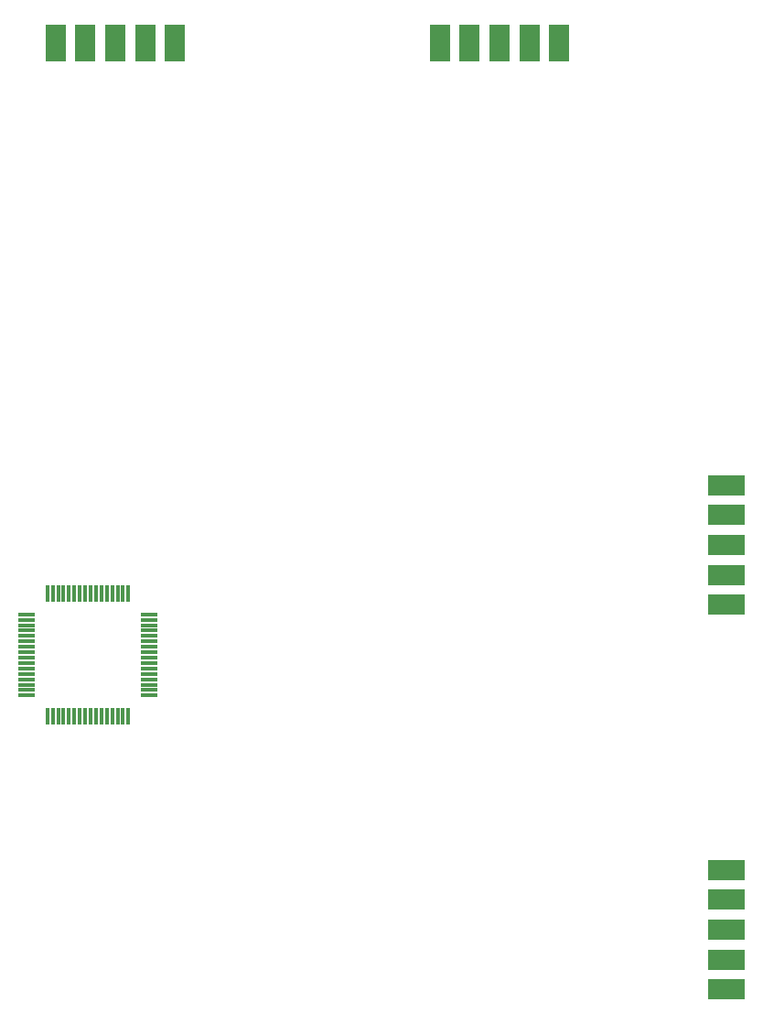
<source format=gtp>
G04 #@! TF.GenerationSoftware,KiCad,Pcbnew,8.0.4*
G04 #@! TF.CreationDate,2024-09-22T21:35:36-05:00*
G04 #@! TF.ProjectId,QuadCom_8b,51756164-436f-46d5-9f38-622e6b696361,rev?*
G04 #@! TF.SameCoordinates,Original*
G04 #@! TF.FileFunction,Paste,Top*
G04 #@! TF.FilePolarity,Positive*
%FSLAX46Y46*%
G04 Gerber Fmt 4.6, Leading zero omitted, Abs format (unit mm)*
G04 Created by KiCad (PCBNEW 8.0.4) date 2024-09-22 21:35:36*
%MOMM*%
%LPD*%
G01*
G04 APERTURE LIST*
G04 Aperture macros list*
%AMRoundRect*
0 Rectangle with rounded corners*
0 $1 Rounding radius*
0 $2 $3 $4 $5 $6 $7 $8 $9 X,Y pos of 4 corners*
0 Add a 4 corners polygon primitive as box body*
4,1,4,$2,$3,$4,$5,$6,$7,$8,$9,$2,$3,0*
0 Add four circle primitives for the rounded corners*
1,1,$1+$1,$2,$3*
1,1,$1+$1,$4,$5*
1,1,$1+$1,$6,$7*
1,1,$1+$1,$8,$9*
0 Add four rect primitives between the rounded corners*
20,1,$1+$1,$2,$3,$4,$5,0*
20,1,$1+$1,$4,$5,$6,$7,0*
20,1,$1+$1,$6,$7,$8,$9,0*
20,1,$1+$1,$8,$9,$2,$3,0*%
G04 Aperture macros list end*
%ADD10R,3.480000X1.846667*%
%ADD11R,1.846667X3.480000*%
%ADD12RoundRect,0.075000X0.075000X-0.700000X0.075000X0.700000X-0.075000X0.700000X-0.075000X-0.700000X0*%
%ADD13RoundRect,0.075000X0.700000X-0.075000X0.700000X0.075000X-0.700000X0.075000X-0.700000X-0.075000X0*%
G04 APERTURE END LIST*
D10*
X173377500Y-117300001D03*
X173377500Y-114530000D03*
X173377500Y-111760000D03*
X173377500Y-108990000D03*
X173377500Y-106219999D03*
D11*
X122380001Y-29822500D03*
X119610000Y-29822500D03*
X116840000Y-29822500D03*
X114070000Y-29822500D03*
X111299999Y-29822500D03*
X157940001Y-29822500D03*
X155170000Y-29822500D03*
X152400000Y-29822500D03*
X149630000Y-29822500D03*
X146859999Y-29822500D03*
D12*
X110550001Y-92035000D03*
X111050000Y-92035000D03*
X111550000Y-92035000D03*
X112050000Y-92035000D03*
X112550000Y-92035000D03*
X113050001Y-92035000D03*
X113550000Y-92035000D03*
X114050000Y-92035000D03*
X114550000Y-92035000D03*
X115050000Y-92035000D03*
X115549999Y-92035000D03*
X116050000Y-92035000D03*
X116550000Y-92035000D03*
X117050000Y-92035000D03*
X117550000Y-92035000D03*
X118049999Y-92035000D03*
D13*
X119975000Y-90109999D03*
X119975000Y-89610000D03*
X119975000Y-89110000D03*
X119975000Y-88610000D03*
X119975000Y-88110000D03*
X119975000Y-87609999D03*
X119975000Y-87110000D03*
X119975000Y-86610000D03*
X119975000Y-86110000D03*
X119975000Y-85610000D03*
X119975000Y-85110001D03*
X119975000Y-84610000D03*
X119975000Y-84110000D03*
X119975000Y-83610000D03*
X119975000Y-83110000D03*
X119975000Y-82610001D03*
D12*
X118049999Y-80685000D03*
X117550000Y-80685000D03*
X117050000Y-80685000D03*
X116550000Y-80685000D03*
X116050000Y-80685000D03*
X115549999Y-80685000D03*
X115050000Y-80685000D03*
X114550000Y-80685000D03*
X114050000Y-80685000D03*
X113550000Y-80685000D03*
X113050001Y-80685000D03*
X112550000Y-80685000D03*
X112050000Y-80685000D03*
X111550000Y-80685000D03*
X111050000Y-80685000D03*
X110550001Y-80685000D03*
D13*
X108625000Y-82610001D03*
X108625000Y-83110000D03*
X108625000Y-83610000D03*
X108625000Y-84110000D03*
X108625000Y-84610000D03*
X108625000Y-85110001D03*
X108625000Y-85610000D03*
X108625000Y-86110000D03*
X108625000Y-86610000D03*
X108625000Y-87110000D03*
X108625000Y-87609999D03*
X108625000Y-88110000D03*
X108625000Y-88610000D03*
X108625000Y-89110000D03*
X108625000Y-89610000D03*
X108625000Y-90109999D03*
D10*
X173377500Y-81740001D03*
X173377500Y-78970000D03*
X173377500Y-76200000D03*
X173377500Y-73430000D03*
X173377500Y-70659999D03*
M02*

</source>
